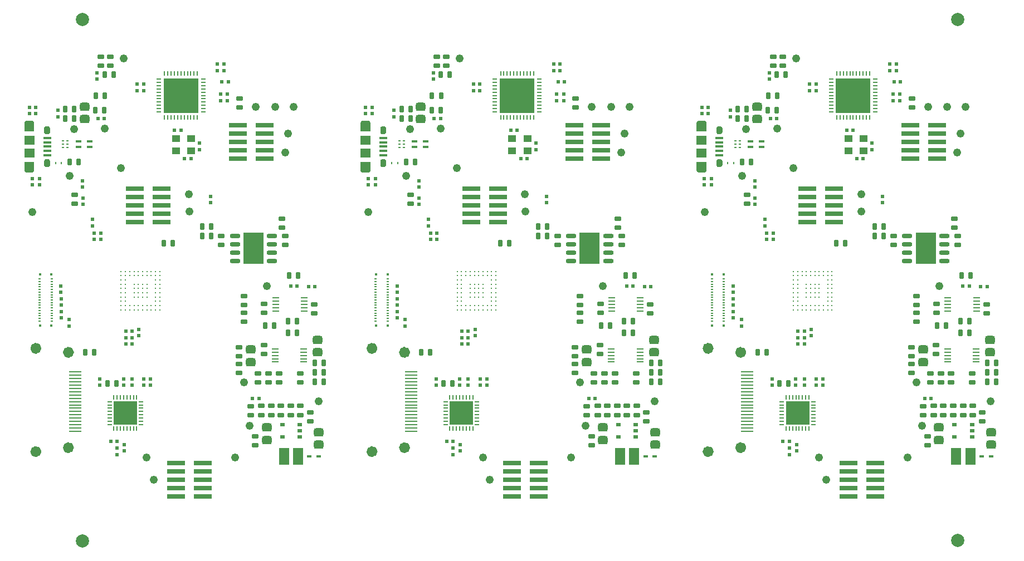
<source format=gtp>
G04 Layer_Color=8421504*
%FSLAX24Y24*%
%MOIN*%
G70*
G01*
G75*
G04:AMPARAMS|DCode=11|XSize=78.7mil|YSize=78.7mil|CornerRadius=39.4mil|HoleSize=0mil|Usage=FLASHONLY|Rotation=90.000|XOffset=0mil|YOffset=0mil|HoleType=Round|Shape=RoundedRectangle|*
%AMROUNDEDRECTD11*
21,1,0.0787,0.0000,0,0,90.0*
21,1,0.0000,0.0787,0,0,90.0*
1,1,0.0787,0.0000,0.0000*
1,1,0.0787,0.0000,0.0000*
1,1,0.0787,0.0000,0.0000*
1,1,0.0787,0.0000,0.0000*
%
%ADD11ROUNDEDRECTD11*%
%ADD36C,0.0098*%
%ADD107C,0.0330*%
%ADD108R,0.0120X0.0102*%
%ADD109R,0.0512X0.0137*%
%ADD110R,0.0590X0.0571*%
%ADD111R,0.0126X0.0177*%
%ADD112R,0.0118X0.0090*%
%ADD113R,0.0728X0.0098*%
G04:AMPARAMS|DCode=114|XSize=20mil|YSize=22mil|CornerRadius=3.4mil|HoleSize=0mil|Usage=FLASHONLY|Rotation=270.000|XOffset=0mil|YOffset=0mil|HoleType=Round|Shape=RoundedRectangle|*
%AMROUNDEDRECTD114*
21,1,0.0200,0.0152,0,0,270.0*
21,1,0.0132,0.0220,0,0,270.0*
1,1,0.0068,-0.0076,-0.0066*
1,1,0.0068,-0.0076,0.0066*
1,1,0.0068,0.0076,0.0066*
1,1,0.0068,0.0076,-0.0066*
%
%ADD114ROUNDEDRECTD114*%
G04:AMPARAMS|DCode=115|XSize=27.1mil|YSize=37.4mil|CornerRadius=4.8mil|HoleSize=0mil|Usage=FLASHONLY|Rotation=180.000|XOffset=0mil|YOffset=0mil|HoleType=Round|Shape=RoundedRectangle|*
%AMROUNDEDRECTD115*
21,1,0.0271,0.0277,0,0,180.0*
21,1,0.0175,0.0374,0,0,180.0*
1,1,0.0097,-0.0087,0.0139*
1,1,0.0097,0.0087,0.0139*
1,1,0.0097,0.0087,-0.0139*
1,1,0.0097,-0.0087,-0.0139*
%
%ADD115ROUNDEDRECTD115*%
G04:AMPARAMS|DCode=116|XSize=27.1mil|YSize=37.4mil|CornerRadius=4.8mil|HoleSize=0mil|Usage=FLASHONLY|Rotation=90.000|XOffset=0mil|YOffset=0mil|HoleType=Round|Shape=RoundedRectangle|*
%AMROUNDEDRECTD116*
21,1,0.0271,0.0277,0,0,90.0*
21,1,0.0175,0.0374,0,0,90.0*
1,1,0.0097,0.0139,0.0087*
1,1,0.0097,0.0139,-0.0087*
1,1,0.0097,-0.0139,-0.0087*
1,1,0.0097,-0.0139,0.0087*
%
%ADD116ROUNDEDRECTD116*%
G04:AMPARAMS|DCode=117|XSize=20mil|YSize=22mil|CornerRadius=3.4mil|HoleSize=0mil|Usage=FLASHONLY|Rotation=0.000|XOffset=0mil|YOffset=0mil|HoleType=Round|Shape=RoundedRectangle|*
%AMROUNDEDRECTD117*
21,1,0.0200,0.0152,0,0,0.0*
21,1,0.0132,0.0220,0,0,0.0*
1,1,0.0068,0.0066,-0.0076*
1,1,0.0068,-0.0066,-0.0076*
1,1,0.0068,-0.0066,0.0076*
1,1,0.0068,0.0066,0.0076*
%
%ADD117ROUNDEDRECTD117*%
%ADD118O,0.0315X0.0078*%
%ADD119O,0.0078X0.0315*%
%ADD120R,0.2067X0.2067*%
%ADD121R,0.0315X0.0197*%
%ADD122O,0.0433X0.0078*%
%ADD123R,0.0590X0.1043*%
G04:AMPARAMS|DCode=124|XSize=50mil|YSize=58mil|CornerRadius=12mil|HoleSize=0mil|Usage=FLASHONLY|Rotation=90.000|XOffset=0mil|YOffset=0mil|HoleType=Round|Shape=RoundedRectangle|*
%AMROUNDEDRECTD124*
21,1,0.0500,0.0340,0,0,90.0*
21,1,0.0260,0.0580,0,0,90.0*
1,1,0.0240,0.0170,0.0130*
1,1,0.0240,0.0170,-0.0130*
1,1,0.0240,-0.0170,-0.0130*
1,1,0.0240,-0.0170,0.0130*
%
%ADD124ROUNDEDRECTD124*%
%ADD125R,0.0260X0.0180*%
%ADD126O,0.0630X0.0275*%
%ADD127R,0.1240X0.1909*%
%ADD128R,0.0334X0.0137*%
%ADD129R,0.0500X0.0400*%
G04:AMPARAMS|DCode=130|XSize=48mil|YSize=48mil|CornerRadius=24mil|HoleSize=0mil|Usage=FLASHONLY|Rotation=270.000|XOffset=0mil|YOffset=0mil|HoleType=Round|Shape=RoundedRectangle|*
%AMROUNDEDRECTD130*
21,1,0.0480,0.0000,0,0,270.0*
21,1,0.0000,0.0480,0,0,270.0*
1,1,0.0480,0.0000,0.0000*
1,1,0.0480,0.0000,0.0000*
1,1,0.0480,0.0000,0.0000*
1,1,0.0480,0.0000,0.0000*
%
%ADD130ROUNDEDRECTD130*%
%ADD131R,0.1397X0.1397*%
%ADD132O,0.0078X0.0275*%
%ADD133O,0.0275X0.0078*%
%ADD134R,0.1082X0.0275*%
%ADD135R,0.0098X0.0138*%
G04:AMPARAMS|DCode=136|XSize=48mil|YSize=48mil|CornerRadius=24mil|HoleSize=0mil|Usage=FLASHONLY|Rotation=180.000|XOffset=0mil|YOffset=0mil|HoleType=Round|Shape=RoundedRectangle|*
%AMROUNDEDRECTD136*
21,1,0.0480,0.0000,0,0,180.0*
21,1,0.0000,0.0480,0,0,180.0*
1,1,0.0480,0.0000,0.0000*
1,1,0.0480,0.0000,0.0000*
1,1,0.0480,0.0000,0.0000*
1,1,0.0480,0.0000,0.0000*
%
%ADD136ROUNDEDRECTD136*%
G36*
X41035Y26458D02*
X41056Y26449D01*
X41076Y26436D01*
X41084Y26427D01*
X41093Y26418D01*
Y26418D01*
X41101Y26410D01*
X41114Y26391D01*
X41123Y26369D01*
X41128Y26346D01*
Y26334D01*
Y25832D01*
X40537D01*
Y26334D01*
Y26346D01*
X40542Y26369D01*
X40551Y26391D01*
X40564Y26410D01*
X40572Y26418D01*
X40587Y26433D01*
Y26433D01*
X40594Y26440D01*
X40610Y26451D01*
X40629Y26458D01*
X40648Y26462D01*
X41012D01*
X41035Y26458D01*
D02*
G37*
G36*
X20923D02*
X20945Y26449D01*
X20964Y26436D01*
X20973Y26427D01*
X20982Y26418D01*
Y26418D01*
X20990Y26410D01*
X21003Y26391D01*
X21012Y26369D01*
X21017Y26346D01*
Y26334D01*
Y25832D01*
X20426D01*
Y26334D01*
Y26346D01*
X20431Y26369D01*
X20440Y26391D01*
X20453Y26410D01*
X20461Y26418D01*
X20475Y26433D01*
Y26433D01*
X20482Y26440D01*
X20499Y26451D01*
X20517Y26458D01*
X20537Y26462D01*
X20900D01*
X20923Y26458D01*
D02*
G37*
G36*
X812D02*
X834Y26449D01*
X853Y26436D01*
X861Y26427D01*
X870Y26418D01*
Y26418D01*
X879Y26410D01*
X892Y26391D01*
X901Y26369D01*
X905Y26346D01*
Y26334D01*
Y25832D01*
X315D01*
Y26334D01*
Y26346D01*
X319Y26369D01*
X328Y26391D01*
X341Y26410D01*
X350Y26418D01*
X364Y26433D01*
Y26433D01*
X371Y26440D01*
X387Y26451D01*
X406Y26458D01*
X425Y26462D01*
X789D01*
X812Y26458D01*
D02*
G37*
G36*
X41980Y26133D02*
X42001Y26124D01*
X42021Y26111D01*
X42029Y26103D01*
X42033Y26098D01*
X42033Y26098D01*
X42043Y26089D01*
X42058Y26067D01*
X42068Y26042D01*
X42073Y26016D01*
Y26003D01*
Y25799D01*
Y25786D01*
X42068Y25760D01*
X42058Y25736D01*
X42043Y25714D01*
X42033Y25704D01*
X42024Y25695D01*
X42002Y25680D01*
X41978Y25670D01*
X41952Y25665D01*
X41835D01*
X41812Y25670D01*
X41790Y25678D01*
X41771Y25691D01*
X41762Y25700D01*
X41758Y25704D01*
X41749Y25714D01*
X41734Y25736D01*
X41724Y25760D01*
X41719Y25786D01*
Y25799D01*
Y26017D01*
Y26027D01*
X41722Y26046D01*
X41730Y26065D01*
X41741Y26081D01*
X41748Y26088D01*
X41762Y26103D01*
X41771Y26111D01*
X41790Y26124D01*
X41812Y26133D01*
X41835Y26137D01*
X41957D01*
X41980Y26133D01*
D02*
G37*
G36*
X21868D02*
X21890Y26124D01*
X21909Y26111D01*
X21918Y26103D01*
X21922Y26098D01*
X21922Y26098D01*
X21932Y26089D01*
X21946Y26067D01*
X21956Y26042D01*
X21962Y26016D01*
Y26003D01*
Y25799D01*
Y25786D01*
X21956Y25760D01*
X21946Y25736D01*
X21932Y25714D01*
X21922Y25704D01*
X21913Y25695D01*
X21891Y25680D01*
X21866Y25670D01*
X21840Y25665D01*
X21723D01*
X21700Y25670D01*
X21679Y25678D01*
X21659Y25691D01*
X21651Y25700D01*
X21647Y25704D01*
X21637Y25714D01*
X21622Y25736D01*
X21612Y25760D01*
X21607Y25786D01*
Y25799D01*
Y26017D01*
Y26027D01*
X21611Y26046D01*
X21619Y26065D01*
X21630Y26081D01*
X21637Y26088D01*
X21651Y26103D01*
X21659Y26111D01*
X21679Y26124D01*
X21700Y26133D01*
X21723Y26137D01*
X21845D01*
X21868Y26133D01*
D02*
G37*
G36*
X1757D02*
X1778Y26124D01*
X1798Y26111D01*
X1806Y26103D01*
X1811Y26098D01*
X1811Y26098D01*
X1820Y26089D01*
X1835Y26067D01*
X1845Y26042D01*
X1850Y26016D01*
Y26003D01*
Y25799D01*
Y25786D01*
X1845Y25760D01*
X1835Y25736D01*
X1820Y25714D01*
X1811Y25704D01*
X1801Y25695D01*
X1779Y25680D01*
X1755Y25670D01*
X1729Y25665D01*
X1612D01*
X1589Y25670D01*
X1567Y25678D01*
X1548Y25691D01*
X1540Y25700D01*
X1535Y25704D01*
X1526Y25714D01*
X1511Y25736D01*
X1501Y25760D01*
X1496Y25786D01*
Y25799D01*
Y26017D01*
Y26027D01*
X1500Y26046D01*
X1507Y26065D01*
X1518Y26081D01*
X1525Y26088D01*
X1540Y26103D01*
X1548Y26111D01*
X1567Y26124D01*
X1589Y26133D01*
X1612Y26137D01*
X1734D01*
X1757Y26133D01*
D02*
G37*
G36*
X41980Y24164D02*
X42001Y24155D01*
X42021Y24142D01*
X42029Y24134D01*
X42033Y24130D01*
X42033Y24130D01*
X42043Y24120D01*
X42058Y24098D01*
X42068Y24074D01*
X42073Y24048D01*
Y24034D01*
Y23831D01*
Y23818D01*
X42068Y23792D01*
X42058Y23767D01*
X42043Y23745D01*
X42033Y23736D01*
X42024Y23726D01*
X42002Y23712D01*
X41978Y23702D01*
X41952Y23696D01*
X41835D01*
X41812Y23701D01*
X41790Y23710D01*
X41771Y23723D01*
X41762Y23731D01*
X41758Y23736D01*
X41749Y23745D01*
X41734Y23767D01*
X41724Y23792D01*
X41719Y23818D01*
Y23831D01*
Y24048D01*
Y24058D01*
X41722Y24078D01*
X41730Y24096D01*
X41741Y24113D01*
X41748Y24120D01*
X41762Y24134D01*
X41771Y24142D01*
X41790Y24155D01*
X41812Y24164D01*
X41835Y24169D01*
X41957D01*
X41980Y24164D01*
D02*
G37*
G36*
X21868D02*
X21890Y24155D01*
X21909Y24142D01*
X21918Y24134D01*
X21922Y24130D01*
X21922Y24130D01*
X21932Y24120D01*
X21946Y24098D01*
X21956Y24074D01*
X21962Y24048D01*
Y24034D01*
Y23831D01*
Y23818D01*
X21956Y23792D01*
X21946Y23767D01*
X21932Y23745D01*
X21922Y23736D01*
X21913Y23726D01*
X21891Y23712D01*
X21866Y23702D01*
X21840Y23696D01*
X21723D01*
X21700Y23701D01*
X21679Y23710D01*
X21659Y23723D01*
X21651Y23731D01*
X21647Y23736D01*
X21637Y23745D01*
X21622Y23767D01*
X21612Y23792D01*
X21607Y23818D01*
Y23831D01*
Y24048D01*
Y24058D01*
X21611Y24078D01*
X21619Y24096D01*
X21630Y24113D01*
X21637Y24120D01*
X21651Y24134D01*
X21659Y24142D01*
X21679Y24155D01*
X21700Y24164D01*
X21723Y24169D01*
X21845D01*
X21868Y24164D01*
D02*
G37*
G36*
X1757D02*
X1778Y24155D01*
X1798Y24142D01*
X1806Y24134D01*
X1811Y24130D01*
X1811Y24130D01*
X1820Y24120D01*
X1835Y24098D01*
X1845Y24074D01*
X1850Y24048D01*
Y24034D01*
Y23831D01*
Y23818D01*
X1845Y23792D01*
X1835Y23767D01*
X1820Y23745D01*
X1811Y23736D01*
X1801Y23726D01*
X1779Y23712D01*
X1755Y23702D01*
X1729Y23696D01*
X1612D01*
X1589Y23701D01*
X1567Y23710D01*
X1548Y23723D01*
X1540Y23731D01*
X1535Y23736D01*
X1526Y23745D01*
X1511Y23767D01*
X1501Y23792D01*
X1496Y23818D01*
Y23831D01*
Y24048D01*
Y24058D01*
X1500Y24078D01*
X1507Y24096D01*
X1518Y24113D01*
X1525Y24120D01*
X1540Y24134D01*
X1548Y24142D01*
X1567Y24155D01*
X1589Y24164D01*
X1612Y24169D01*
X1734D01*
X1757Y24164D01*
D02*
G37*
G36*
X41128Y23500D02*
Y23488D01*
X41123Y23465D01*
X41114Y23443D01*
X41101Y23424D01*
X41093Y23416D01*
X41084Y23406D01*
X41076Y23398D01*
X41056Y23385D01*
X41035Y23376D01*
X41012Y23372D01*
X40648D01*
X40629Y23376D01*
X40610Y23383D01*
X40594Y23394D01*
X40587Y23401D01*
X40572Y23416D01*
X40564Y23424D01*
X40551Y23443D01*
X40542Y23465D01*
X40537Y23488D01*
Y23500D01*
Y24002D01*
X41128D01*
Y23500D01*
D02*
G37*
G36*
X21017D02*
Y23488D01*
X21012Y23465D01*
X21003Y23443D01*
X20990Y23424D01*
X20982Y23416D01*
X20973Y23406D01*
X20964Y23398D01*
X20945Y23385D01*
X20923Y23376D01*
X20900Y23372D01*
X20537D01*
X20517Y23376D01*
X20499Y23383D01*
X20482Y23394D01*
X20475Y23401D01*
X20461Y23416D01*
X20453Y23424D01*
X20440Y23443D01*
X20431Y23465D01*
X20426Y23488D01*
Y23500D01*
Y24002D01*
X21017D01*
Y23500D01*
D02*
G37*
G36*
X905D02*
Y23488D01*
X901Y23465D01*
X892Y23443D01*
X879Y23424D01*
X870Y23416D01*
X861Y23406D01*
X853Y23398D01*
X834Y23385D01*
X812Y23376D01*
X789Y23372D01*
X425D01*
X406Y23376D01*
X387Y23383D01*
X371Y23394D01*
X364Y23401D01*
X350Y23416D01*
X341Y23424D01*
X328Y23443D01*
X319Y23465D01*
X315Y23488D01*
Y23500D01*
Y24002D01*
X905D01*
Y23500D01*
D02*
G37*
D11*
X3789Y1289D02*
D03*
X56151Y1319D02*
D03*
Y32519D02*
D03*
X3789D02*
D03*
D36*
X6105Y15906D02*
D03*
X6361D02*
D03*
X6873D02*
D03*
X7129D02*
D03*
X7385D02*
D03*
X7641D02*
D03*
X8152D02*
D03*
X8408D02*
D03*
X6361Y15650D02*
D03*
X8152D02*
D03*
X8408D02*
D03*
X6361Y15394D02*
D03*
X6617D02*
D03*
X6873D02*
D03*
X7129D02*
D03*
X7385D02*
D03*
X7641D02*
D03*
X7896D02*
D03*
X8152D02*
D03*
X8408D02*
D03*
X6105Y15138D02*
D03*
X6361D02*
D03*
X6617D02*
D03*
X6873D02*
D03*
X7129D02*
D03*
X7385D02*
D03*
X7641D02*
D03*
X7896D02*
D03*
X8152D02*
D03*
X8408D02*
D03*
Y16161D02*
D03*
X8152D02*
D03*
X7641D02*
D03*
X7385D02*
D03*
X7129D02*
D03*
X6873D02*
D03*
X8408Y16417D02*
D03*
X8152D02*
D03*
X7641D02*
D03*
X7385D02*
D03*
X7129D02*
D03*
X6873D02*
D03*
X6105D02*
D03*
X8408Y16673D02*
D03*
X8152D02*
D03*
X7641D02*
D03*
X7385D02*
D03*
X7129D02*
D03*
X6873D02*
D03*
X6361D02*
D03*
X6105D02*
D03*
X8408Y16929D02*
D03*
X8152D02*
D03*
X6361D02*
D03*
X6105D02*
D03*
X8408Y17185D02*
D03*
X8152D02*
D03*
X7896D02*
D03*
X7641D02*
D03*
X7385D02*
D03*
X7129D02*
D03*
X6873D02*
D03*
X6617D02*
D03*
X6361D02*
D03*
X6105D02*
D03*
X8408Y17441D02*
D03*
X8152D02*
D03*
X7896D02*
D03*
X7641D02*
D03*
X7385D02*
D03*
X7129D02*
D03*
X6873D02*
D03*
X6617D02*
D03*
X6361D02*
D03*
X6105D02*
D03*
Y15394D02*
D03*
Y15650D02*
D03*
X6361Y16161D02*
D03*
X6105D02*
D03*
X6361Y16417D02*
D03*
X26216Y15906D02*
D03*
X26472D02*
D03*
X26984D02*
D03*
X27240D02*
D03*
X27496D02*
D03*
X27752D02*
D03*
X28264D02*
D03*
X28520D02*
D03*
X26472Y15650D02*
D03*
X28264D02*
D03*
X28520D02*
D03*
X26472Y15394D02*
D03*
X26728D02*
D03*
X26984D02*
D03*
X27240D02*
D03*
X27496D02*
D03*
X27752D02*
D03*
X28008D02*
D03*
X28264D02*
D03*
X28520D02*
D03*
X26216Y15138D02*
D03*
X26472D02*
D03*
X26728D02*
D03*
X26984D02*
D03*
X27240D02*
D03*
X27496D02*
D03*
X27752D02*
D03*
X28008D02*
D03*
X28264D02*
D03*
X28520D02*
D03*
Y16161D02*
D03*
X28264D02*
D03*
X27752D02*
D03*
X27496D02*
D03*
X27240D02*
D03*
X26984D02*
D03*
X28520Y16417D02*
D03*
X28264D02*
D03*
X27752D02*
D03*
X27496D02*
D03*
X27240D02*
D03*
X26984D02*
D03*
X26216D02*
D03*
X28520Y16673D02*
D03*
X28264D02*
D03*
X27752D02*
D03*
X27496D02*
D03*
X27240D02*
D03*
X26984D02*
D03*
X26472D02*
D03*
X26216D02*
D03*
X28520Y16929D02*
D03*
X28264D02*
D03*
X26472D02*
D03*
X26216D02*
D03*
X28520Y17185D02*
D03*
X28264D02*
D03*
X28008D02*
D03*
X27752D02*
D03*
X27496D02*
D03*
X27240D02*
D03*
X26984D02*
D03*
X26728D02*
D03*
X26472D02*
D03*
X26216D02*
D03*
X28520Y17441D02*
D03*
X28264D02*
D03*
X28008D02*
D03*
X27752D02*
D03*
X27496D02*
D03*
X27240D02*
D03*
X26984D02*
D03*
X26728D02*
D03*
X26472D02*
D03*
X26216D02*
D03*
Y15394D02*
D03*
Y15650D02*
D03*
X26472Y16161D02*
D03*
X26216D02*
D03*
X26472Y16417D02*
D03*
X46328Y15906D02*
D03*
X46584D02*
D03*
X47096D02*
D03*
X47351D02*
D03*
X47607D02*
D03*
X47863D02*
D03*
X48375D02*
D03*
X48631D02*
D03*
X46584Y15650D02*
D03*
X48375D02*
D03*
X48631D02*
D03*
X46584Y15394D02*
D03*
X46840D02*
D03*
X47096D02*
D03*
X47351D02*
D03*
X47607D02*
D03*
X47863D02*
D03*
X48119D02*
D03*
X48375D02*
D03*
X48631D02*
D03*
X46328Y15138D02*
D03*
X46584D02*
D03*
X46840D02*
D03*
X47096D02*
D03*
X47351D02*
D03*
X47607D02*
D03*
X47863D02*
D03*
X48119D02*
D03*
X48375D02*
D03*
X48631D02*
D03*
Y16161D02*
D03*
X48375D02*
D03*
X47863D02*
D03*
X47607D02*
D03*
X47351D02*
D03*
X47096D02*
D03*
X48631Y16417D02*
D03*
X48375D02*
D03*
X47863D02*
D03*
X47607D02*
D03*
X47351D02*
D03*
X47096D02*
D03*
X46328D02*
D03*
X48631Y16673D02*
D03*
X48375D02*
D03*
X47863D02*
D03*
X47607D02*
D03*
X47351D02*
D03*
X47096D02*
D03*
X46584D02*
D03*
X46328D02*
D03*
X48631Y16929D02*
D03*
X48375D02*
D03*
X46584D02*
D03*
X46328D02*
D03*
X48631Y17185D02*
D03*
X48375D02*
D03*
X48119D02*
D03*
X47863D02*
D03*
X47607D02*
D03*
X47351D02*
D03*
X47096D02*
D03*
X46840D02*
D03*
X46584D02*
D03*
X46328D02*
D03*
X48631Y17441D02*
D03*
X48375D02*
D03*
X48119D02*
D03*
X47863D02*
D03*
X47607D02*
D03*
X47351D02*
D03*
X47096D02*
D03*
X46840D02*
D03*
X46584D02*
D03*
X46328D02*
D03*
Y15394D02*
D03*
Y15650D02*
D03*
X46584Y16161D02*
D03*
X46328D02*
D03*
X46584Y16417D02*
D03*
D107*
X1165Y6649D02*
G03*
X1165Y6649I-165J0D01*
G01*
X3114Y6885D02*
G03*
X3114Y6885I-165J0D01*
G01*
X1165Y12830D02*
G03*
X1165Y12830I-165J0D01*
G01*
X3114Y12594D02*
G03*
X3114Y12594I-165J0D01*
G01*
X21277Y6649D02*
G03*
X21277Y6649I-165J0D01*
G01*
X23225Y6885D02*
G03*
X23225Y6885I-165J0D01*
G01*
X21277Y12830D02*
G03*
X21277Y12830I-165J0D01*
G01*
X23225Y12594D02*
G03*
X23225Y12594I-165J0D01*
G01*
X41388Y6649D02*
G03*
X41388Y6649I-165J0D01*
G01*
X43337Y6885D02*
G03*
X43337Y6885I-165J0D01*
G01*
X41388Y12830D02*
G03*
X41388Y12830I-165J0D01*
G01*
X43337Y12594D02*
G03*
X43337Y12594I-165J0D01*
G01*
D108*
X2903Y25254D02*
D03*
X2903Y25057D02*
D03*
X2903Y24860D02*
D03*
X2637Y24860D02*
D03*
X2637Y25057D02*
D03*
X2637Y25254D02*
D03*
X23014Y25254D02*
D03*
X23014Y25057D02*
D03*
X23014Y24860D02*
D03*
X22748Y24860D02*
D03*
X22748Y25057D02*
D03*
X22748Y25254D02*
D03*
X43125Y25254D02*
D03*
X43125Y25057D02*
D03*
X43125Y24860D02*
D03*
X42860Y24860D02*
D03*
X42860Y25057D02*
D03*
X42860Y25254D02*
D03*
D109*
X1673Y24405D02*
D03*
Y24661D02*
D03*
Y24917D02*
D03*
Y25173D02*
D03*
Y25429D02*
D03*
X21784Y24405D02*
D03*
Y24661D02*
D03*
Y24917D02*
D03*
Y25173D02*
D03*
Y25429D02*
D03*
X41896Y24405D02*
D03*
Y24661D02*
D03*
Y24917D02*
D03*
Y25173D02*
D03*
Y25429D02*
D03*
D110*
X610Y25311D02*
D03*
Y24523D02*
D03*
X20721Y25311D02*
D03*
Y24523D02*
D03*
X40833Y25311D02*
D03*
Y24523D02*
D03*
D111*
X1928Y17264D02*
D03*
X1247Y14193D02*
D03*
Y17264D02*
D03*
X1928Y14193D02*
D03*
X22040Y17264D02*
D03*
X21359Y14193D02*
D03*
Y17264D02*
D03*
X22040Y14193D02*
D03*
X42151Y17264D02*
D03*
X41470Y14193D02*
D03*
Y17264D02*
D03*
X42151Y14193D02*
D03*
D112*
X1948Y16988D02*
D03*
Y16831D02*
D03*
Y16673D02*
D03*
Y16516D02*
D03*
Y16358D02*
D03*
Y16201D02*
D03*
Y16043D02*
D03*
Y15886D02*
D03*
Y15728D02*
D03*
Y15571D02*
D03*
Y15413D02*
D03*
Y15256D02*
D03*
Y15098D02*
D03*
Y14941D02*
D03*
Y14783D02*
D03*
Y14626D02*
D03*
Y14469D02*
D03*
X1227D02*
D03*
Y16988D02*
D03*
Y16831D02*
D03*
Y16673D02*
D03*
Y16516D02*
D03*
Y16358D02*
D03*
Y16201D02*
D03*
Y16043D02*
D03*
Y15886D02*
D03*
Y15728D02*
D03*
Y15571D02*
D03*
Y15413D02*
D03*
Y15256D02*
D03*
Y15098D02*
D03*
Y14941D02*
D03*
Y14783D02*
D03*
Y14626D02*
D03*
X22059Y16988D02*
D03*
Y16831D02*
D03*
Y16673D02*
D03*
Y16516D02*
D03*
Y16358D02*
D03*
Y16201D02*
D03*
Y16043D02*
D03*
Y15886D02*
D03*
Y15728D02*
D03*
Y15571D02*
D03*
Y15413D02*
D03*
Y15256D02*
D03*
Y15098D02*
D03*
Y14941D02*
D03*
Y14783D02*
D03*
Y14626D02*
D03*
Y14469D02*
D03*
X21339D02*
D03*
Y16988D02*
D03*
Y16831D02*
D03*
Y16673D02*
D03*
Y16516D02*
D03*
Y16358D02*
D03*
Y16201D02*
D03*
Y16043D02*
D03*
Y15886D02*
D03*
Y15728D02*
D03*
Y15571D02*
D03*
Y15413D02*
D03*
Y15256D02*
D03*
Y15098D02*
D03*
Y14941D02*
D03*
Y14783D02*
D03*
Y14626D02*
D03*
X42171Y16988D02*
D03*
Y16831D02*
D03*
Y16673D02*
D03*
Y16516D02*
D03*
Y16358D02*
D03*
Y16201D02*
D03*
Y16043D02*
D03*
Y15886D02*
D03*
Y15728D02*
D03*
Y15571D02*
D03*
Y15413D02*
D03*
Y15256D02*
D03*
Y15098D02*
D03*
Y14941D02*
D03*
Y14783D02*
D03*
Y14626D02*
D03*
Y14469D02*
D03*
X41450D02*
D03*
Y16988D02*
D03*
Y16831D02*
D03*
Y16673D02*
D03*
Y16516D02*
D03*
Y16358D02*
D03*
Y16201D02*
D03*
Y16043D02*
D03*
Y15886D02*
D03*
Y15728D02*
D03*
Y15571D02*
D03*
Y15413D02*
D03*
Y15256D02*
D03*
Y15098D02*
D03*
Y14941D02*
D03*
Y14783D02*
D03*
Y14626D02*
D03*
D113*
X3343Y11413D02*
D03*
Y11216D02*
D03*
Y11019D02*
D03*
Y10822D02*
D03*
Y10625D02*
D03*
Y10428D02*
D03*
Y10231D02*
D03*
Y10035D02*
D03*
Y9838D02*
D03*
Y9641D02*
D03*
Y9444D02*
D03*
Y9247D02*
D03*
Y9050D02*
D03*
Y8854D02*
D03*
Y8657D02*
D03*
Y8460D02*
D03*
Y8263D02*
D03*
Y8066D02*
D03*
Y7869D02*
D03*
X23454Y11413D02*
D03*
Y11216D02*
D03*
Y11019D02*
D03*
Y10822D02*
D03*
Y10625D02*
D03*
Y10428D02*
D03*
Y10231D02*
D03*
Y10035D02*
D03*
Y9838D02*
D03*
Y9641D02*
D03*
Y9444D02*
D03*
Y9247D02*
D03*
Y9050D02*
D03*
Y8854D02*
D03*
Y8657D02*
D03*
Y8460D02*
D03*
Y8263D02*
D03*
Y8066D02*
D03*
Y7869D02*
D03*
X43565Y11413D02*
D03*
Y11216D02*
D03*
Y11019D02*
D03*
Y10822D02*
D03*
Y10625D02*
D03*
Y10428D02*
D03*
Y10231D02*
D03*
Y10035D02*
D03*
Y9838D02*
D03*
Y9641D02*
D03*
Y9444D02*
D03*
Y9247D02*
D03*
Y9050D02*
D03*
Y8854D02*
D03*
Y8657D02*
D03*
Y8460D02*
D03*
Y8263D02*
D03*
Y8066D02*
D03*
Y7869D02*
D03*
D114*
X2990Y14546D02*
D03*
Y14169D02*
D03*
X2510Y14662D02*
D03*
Y15039D02*
D03*
Y15422D02*
D03*
Y15799D02*
D03*
X2500Y16556D02*
D03*
Y16179D02*
D03*
X6240Y10629D02*
D03*
Y11006D02*
D03*
X6290Y7059D02*
D03*
Y6682D02*
D03*
X5850Y6469D02*
D03*
Y6846D02*
D03*
X6750Y10629D02*
D03*
Y11006D02*
D03*
X781Y22629D02*
D03*
Y23006D02*
D03*
X1211Y22630D02*
D03*
Y23009D02*
D03*
X2321Y26702D02*
D03*
Y27079D02*
D03*
X10796Y24739D02*
D03*
Y25116D02*
D03*
X4831Y11009D02*
D03*
Y10632D02*
D03*
X7870Y10999D02*
D03*
Y10620D02*
D03*
X7470Y10999D02*
D03*
Y10620D02*
D03*
X3803Y22866D02*
D03*
Y22489D02*
D03*
X3813Y21460D02*
D03*
Y21837D02*
D03*
X4393Y20170D02*
D03*
Y20547D02*
D03*
X7169Y13956D02*
D03*
Y13579D02*
D03*
X12471Y27669D02*
D03*
Y28048D02*
D03*
X12061Y27669D02*
D03*
Y28048D02*
D03*
X11441Y21938D02*
D03*
Y21559D02*
D03*
X4671Y29339D02*
D03*
Y28962D02*
D03*
X23101Y14546D02*
D03*
Y14169D02*
D03*
X22621Y14662D02*
D03*
Y15039D02*
D03*
Y15422D02*
D03*
Y15799D02*
D03*
X22611Y16556D02*
D03*
Y16179D02*
D03*
X26351Y10629D02*
D03*
Y11006D02*
D03*
X26401Y7059D02*
D03*
Y6682D02*
D03*
X25961Y6469D02*
D03*
Y6846D02*
D03*
X26861Y10629D02*
D03*
Y11006D02*
D03*
X20892Y22629D02*
D03*
Y23006D02*
D03*
X21322Y22630D02*
D03*
Y23009D02*
D03*
X22432Y26702D02*
D03*
Y27079D02*
D03*
X30908Y24739D02*
D03*
Y25116D02*
D03*
X24943Y11009D02*
D03*
Y10632D02*
D03*
X27981Y10999D02*
D03*
Y10620D02*
D03*
X27581Y10999D02*
D03*
Y10620D02*
D03*
X23914Y22866D02*
D03*
Y22489D02*
D03*
X23924Y21460D02*
D03*
Y21837D02*
D03*
X24504Y20170D02*
D03*
Y20547D02*
D03*
X27281Y13956D02*
D03*
Y13579D02*
D03*
X32582Y27669D02*
D03*
Y28048D02*
D03*
X32172Y27669D02*
D03*
Y28048D02*
D03*
X31552Y21938D02*
D03*
Y21559D02*
D03*
X24782Y29339D02*
D03*
Y28962D02*
D03*
X43213Y14546D02*
D03*
Y14169D02*
D03*
X42733Y14662D02*
D03*
Y15039D02*
D03*
Y15422D02*
D03*
Y15799D02*
D03*
X42723Y16556D02*
D03*
Y16179D02*
D03*
X46463Y10629D02*
D03*
Y11006D02*
D03*
X46513Y7059D02*
D03*
Y6682D02*
D03*
X46073Y6469D02*
D03*
Y6846D02*
D03*
X46973Y10629D02*
D03*
Y11006D02*
D03*
X41004Y22629D02*
D03*
Y23006D02*
D03*
X41434Y22630D02*
D03*
Y23009D02*
D03*
X42544Y26702D02*
D03*
Y27079D02*
D03*
X51019Y24739D02*
D03*
Y25116D02*
D03*
X45054Y11009D02*
D03*
Y10632D02*
D03*
X48093Y10999D02*
D03*
Y10620D02*
D03*
X47693Y10999D02*
D03*
Y10620D02*
D03*
X44026Y22866D02*
D03*
Y22489D02*
D03*
X44036Y21460D02*
D03*
Y21837D02*
D03*
X44616Y20170D02*
D03*
Y20547D02*
D03*
X47392Y13956D02*
D03*
Y13579D02*
D03*
X52694Y27669D02*
D03*
Y28048D02*
D03*
X52284Y27669D02*
D03*
Y28048D02*
D03*
X51664Y21938D02*
D03*
Y21559D02*
D03*
X44894Y29339D02*
D03*
Y28962D02*
D03*
D115*
X5649Y29219D02*
D03*
X5113D02*
D03*
X8669Y19119D02*
D03*
X9204D02*
D03*
X11486Y19549D02*
D03*
X10950D02*
D03*
X5129Y27947D02*
D03*
X4593D02*
D03*
X18239Y11959D02*
D03*
X17703D02*
D03*
X16091Y13769D02*
D03*
X16626D02*
D03*
X10950Y20119D02*
D03*
X11486D02*
D03*
X4490Y12607D02*
D03*
X3955D02*
D03*
X5274Y10717D02*
D03*
X5809D02*
D03*
X3569Y23989D02*
D03*
X3033D02*
D03*
X2763Y26606D02*
D03*
X3299D02*
D03*
Y27166D02*
D03*
X2763D02*
D03*
X17703Y10819D02*
D03*
X18239D02*
D03*
X16091Y14447D02*
D03*
X16626D02*
D03*
X14713Y14211D02*
D03*
X15249D02*
D03*
X16170Y17203D02*
D03*
X16705D02*
D03*
X5099Y27106D02*
D03*
X4563D02*
D03*
X17703Y11399D02*
D03*
X18239D02*
D03*
X25760Y29219D02*
D03*
X25225D02*
D03*
X28780Y19119D02*
D03*
X29316D02*
D03*
X31597Y19549D02*
D03*
X31061D02*
D03*
X25240Y27947D02*
D03*
X24705D02*
D03*
X38350Y11959D02*
D03*
X37815D02*
D03*
X36202Y13769D02*
D03*
X36738D02*
D03*
X31061Y20119D02*
D03*
X31597D02*
D03*
X24601Y12607D02*
D03*
X24066D02*
D03*
X25385Y10717D02*
D03*
X25920D02*
D03*
X23680Y23989D02*
D03*
X23145D02*
D03*
X22875Y26606D02*
D03*
X23410D02*
D03*
Y27166D02*
D03*
X22875D02*
D03*
X37815Y10819D02*
D03*
X38350D02*
D03*
X36202Y14447D02*
D03*
X36738D02*
D03*
X34824Y14211D02*
D03*
X35360D02*
D03*
X36281Y17203D02*
D03*
X36817D02*
D03*
X25210Y27106D02*
D03*
X24675D02*
D03*
X37815Y11399D02*
D03*
X38350D02*
D03*
X45872Y29219D02*
D03*
X45336D02*
D03*
X48892Y19119D02*
D03*
X49427D02*
D03*
X51708Y19549D02*
D03*
X51173D02*
D03*
X45352Y27947D02*
D03*
X44816D02*
D03*
X58462Y11959D02*
D03*
X57926D02*
D03*
X56314Y13769D02*
D03*
X56849D02*
D03*
X51173Y20119D02*
D03*
X51708D02*
D03*
X44713Y12607D02*
D03*
X44177D02*
D03*
X45496Y10717D02*
D03*
X46032D02*
D03*
X43792Y23989D02*
D03*
X43256D02*
D03*
X42986Y26606D02*
D03*
X43522D02*
D03*
Y27166D02*
D03*
X42986D02*
D03*
X57926Y10819D02*
D03*
X58462D02*
D03*
X56314Y14447D02*
D03*
X56849D02*
D03*
X54936Y14211D02*
D03*
X55471D02*
D03*
X56392Y17203D02*
D03*
X56928D02*
D03*
X45321Y27106D02*
D03*
X44786D02*
D03*
X57926Y11399D02*
D03*
X58461D02*
D03*
D116*
X14130Y7567D02*
D03*
Y7032D02*
D03*
X5461Y29752D02*
D03*
Y30287D02*
D03*
X13455Y14967D02*
D03*
Y14432D02*
D03*
X13151Y11372D02*
D03*
Y11907D02*
D03*
X15728Y20052D02*
D03*
Y20587D02*
D03*
X4891Y29752D02*
D03*
Y30287D02*
D03*
X13455Y15977D02*
D03*
Y15442D02*
D03*
X13151Y12372D02*
D03*
Y12907D02*
D03*
X16251Y9379D02*
D03*
Y8843D02*
D03*
X3323Y21499D02*
D03*
Y22034D02*
D03*
X14643Y12492D02*
D03*
Y13027D02*
D03*
X15935Y19567D02*
D03*
Y19032D02*
D03*
X12105Y19028D02*
D03*
Y19564D02*
D03*
X14666Y15502D02*
D03*
Y14967D02*
D03*
X17658Y14927D02*
D03*
Y15463D02*
D03*
X15666Y9379D02*
D03*
Y8843D02*
D03*
X13860Y9377D02*
D03*
Y8842D02*
D03*
X15081Y9379D02*
D03*
Y8843D02*
D03*
X14496D02*
D03*
Y9379D02*
D03*
X17410Y8997D02*
D03*
Y8462D02*
D03*
X15549Y10799D02*
D03*
Y11334D02*
D03*
X14919Y10799D02*
D03*
Y11334D02*
D03*
X14289Y10799D02*
D03*
Y11334D02*
D03*
X16811Y10802D02*
D03*
Y11337D02*
D03*
X13191Y27262D02*
D03*
Y27797D02*
D03*
X16836Y8843D02*
D03*
Y9379D02*
D03*
X34241Y7567D02*
D03*
Y7032D02*
D03*
X25572Y29752D02*
D03*
Y30287D02*
D03*
X33566Y14967D02*
D03*
Y14432D02*
D03*
X33262Y11372D02*
D03*
Y11907D02*
D03*
X35839Y20052D02*
D03*
Y20587D02*
D03*
X25002Y29752D02*
D03*
Y30287D02*
D03*
X33566Y15977D02*
D03*
Y15442D02*
D03*
X33262Y12372D02*
D03*
Y12907D02*
D03*
X36363Y9379D02*
D03*
Y8843D02*
D03*
X23434Y21499D02*
D03*
Y22034D02*
D03*
X34755Y12492D02*
D03*
Y13027D02*
D03*
X36046Y19567D02*
D03*
Y19032D02*
D03*
X32216Y19028D02*
D03*
Y19564D02*
D03*
X34777Y15502D02*
D03*
Y14967D02*
D03*
X37769Y14927D02*
D03*
Y15463D02*
D03*
X35778Y9379D02*
D03*
Y8843D02*
D03*
X33971Y9377D02*
D03*
Y8842D02*
D03*
X35193Y9379D02*
D03*
Y8843D02*
D03*
X34608D02*
D03*
Y9379D02*
D03*
X37521Y8997D02*
D03*
Y8462D02*
D03*
X35660Y10799D02*
D03*
Y11334D02*
D03*
X35030Y10799D02*
D03*
Y11334D02*
D03*
X34400Y10799D02*
D03*
Y11334D02*
D03*
X36922Y10802D02*
D03*
Y11337D02*
D03*
X33302Y27262D02*
D03*
Y27797D02*
D03*
X36948Y8843D02*
D03*
Y9379D02*
D03*
X54353Y7567D02*
D03*
Y7032D02*
D03*
X45684Y29752D02*
D03*
Y30287D02*
D03*
X53677Y14967D02*
D03*
Y14432D02*
D03*
X53374Y11372D02*
D03*
Y11907D02*
D03*
X55951Y20052D02*
D03*
Y20587D02*
D03*
X45114Y29752D02*
D03*
Y30287D02*
D03*
X53677Y15977D02*
D03*
Y15442D02*
D03*
X53374Y12372D02*
D03*
Y12907D02*
D03*
X56474Y9379D02*
D03*
Y8843D02*
D03*
X43546Y21499D02*
D03*
Y22034D02*
D03*
X54866Y12492D02*
D03*
Y13027D02*
D03*
X56157Y19567D02*
D03*
Y19032D02*
D03*
X52328Y19028D02*
D03*
Y19564D02*
D03*
X54889Y15502D02*
D03*
Y14967D02*
D03*
X57881Y14927D02*
D03*
Y15463D02*
D03*
X55889Y9379D02*
D03*
Y8843D02*
D03*
X54083Y9377D02*
D03*
Y8842D02*
D03*
X55304Y9379D02*
D03*
Y8843D02*
D03*
X54719D02*
D03*
Y9379D02*
D03*
X57633Y8997D02*
D03*
Y8462D02*
D03*
X55771Y10799D02*
D03*
Y11334D02*
D03*
X55141Y10799D02*
D03*
Y11334D02*
D03*
X54512Y10799D02*
D03*
Y11334D02*
D03*
X57034Y10802D02*
D03*
Y11337D02*
D03*
X53414Y27262D02*
D03*
Y27797D02*
D03*
X57059Y8843D02*
D03*
Y9379D02*
D03*
D117*
X13963Y9839D02*
D03*
X14340D02*
D03*
X12132Y28799D02*
D03*
X12511D02*
D03*
X12250Y29849D02*
D03*
X11871D02*
D03*
X11872Y29459D02*
D03*
X12251D02*
D03*
X16627Y16573D02*
D03*
X16249D02*
D03*
X17310Y16534D02*
D03*
X17689D02*
D03*
X7071Y28277D02*
D03*
X7450D02*
D03*
X7071Y28669D02*
D03*
X7450D02*
D03*
X10278Y24191D02*
D03*
X9901D02*
D03*
X9301Y25887D02*
D03*
X9680D02*
D03*
X5856Y7263D02*
D03*
X5479D02*
D03*
X6377Y13079D02*
D03*
X6754D02*
D03*
X6757Y13869D02*
D03*
X6380D02*
D03*
X4883Y19737D02*
D03*
X4504D02*
D03*
X4883Y19347D02*
D03*
X4504D02*
D03*
X6374Y13475D02*
D03*
X6753D02*
D03*
X4721Y26579D02*
D03*
X5098D02*
D03*
X1001Y27269D02*
D03*
X624D02*
D03*
X1001Y26879D02*
D03*
X624D02*
D03*
X34074Y9839D02*
D03*
X34451D02*
D03*
X32243Y28799D02*
D03*
X32622D02*
D03*
X32361Y29849D02*
D03*
X31982D02*
D03*
X31983Y29459D02*
D03*
X32362D02*
D03*
X36739Y16573D02*
D03*
X36360D02*
D03*
X37422Y16534D02*
D03*
X37801D02*
D03*
X27182Y28277D02*
D03*
X27561D02*
D03*
X27182Y28669D02*
D03*
X27561D02*
D03*
X30389Y24191D02*
D03*
X30012D02*
D03*
X29412Y25887D02*
D03*
X29791D02*
D03*
X25968Y7263D02*
D03*
X25591D02*
D03*
X26489Y13079D02*
D03*
X26866D02*
D03*
X26868Y13869D02*
D03*
X26491D02*
D03*
X24994Y19737D02*
D03*
X24615D02*
D03*
X24994Y19347D02*
D03*
X24615D02*
D03*
X26486Y13475D02*
D03*
X26865D02*
D03*
X24832Y26579D02*
D03*
X25209D02*
D03*
X21112Y27269D02*
D03*
X20735D02*
D03*
X21112Y26879D02*
D03*
X20735D02*
D03*
X54186Y9839D02*
D03*
X54563D02*
D03*
X52355Y28799D02*
D03*
X52734D02*
D03*
X52473Y29849D02*
D03*
X52094D02*
D03*
X52095Y29459D02*
D03*
X52474D02*
D03*
X56850Y16573D02*
D03*
X56471D02*
D03*
X57533Y16534D02*
D03*
X57912D02*
D03*
X47294Y28277D02*
D03*
X47673D02*
D03*
X47294Y28669D02*
D03*
X47673D02*
D03*
X50500Y24191D02*
D03*
X50124D02*
D03*
X49524Y25887D02*
D03*
X49903D02*
D03*
X46079Y7263D02*
D03*
X45702D02*
D03*
X46600Y13079D02*
D03*
X46977D02*
D03*
X46980Y13869D02*
D03*
X46603D02*
D03*
X45106Y19737D02*
D03*
X44727D02*
D03*
X45106Y19347D02*
D03*
X44727D02*
D03*
X46597Y13475D02*
D03*
X46976D02*
D03*
X44944Y26579D02*
D03*
X45321D02*
D03*
X41224Y27269D02*
D03*
X40847D02*
D03*
X41224Y26879D02*
D03*
X40847D02*
D03*
D118*
X8352Y28961D02*
D03*
Y28764D02*
D03*
Y28567D02*
D03*
Y28371D02*
D03*
Y28174D02*
D03*
Y27977D02*
D03*
Y27780D02*
D03*
Y27583D02*
D03*
Y27386D02*
D03*
Y27190D02*
D03*
Y26993D02*
D03*
X11010D02*
D03*
Y27190D02*
D03*
Y27386D02*
D03*
Y27583D02*
D03*
Y27780D02*
D03*
Y27977D02*
D03*
Y28174D02*
D03*
Y28371D02*
D03*
Y28567D02*
D03*
Y28764D02*
D03*
Y28961D02*
D03*
X28464D02*
D03*
Y28764D02*
D03*
Y28567D02*
D03*
Y28371D02*
D03*
Y28174D02*
D03*
Y27977D02*
D03*
Y27780D02*
D03*
Y27583D02*
D03*
Y27386D02*
D03*
Y27190D02*
D03*
Y26993D02*
D03*
X31121D02*
D03*
Y27190D02*
D03*
Y27386D02*
D03*
Y27583D02*
D03*
Y27780D02*
D03*
Y27977D02*
D03*
Y28174D02*
D03*
Y28371D02*
D03*
Y28567D02*
D03*
Y28764D02*
D03*
Y28961D02*
D03*
X48575D02*
D03*
Y28764D02*
D03*
Y28567D02*
D03*
Y28371D02*
D03*
Y28174D02*
D03*
Y27977D02*
D03*
Y27780D02*
D03*
Y27583D02*
D03*
Y27386D02*
D03*
Y27190D02*
D03*
Y26993D02*
D03*
X51233D02*
D03*
Y27190D02*
D03*
Y27386D02*
D03*
Y27583D02*
D03*
Y27780D02*
D03*
Y27977D02*
D03*
Y28174D02*
D03*
Y28371D02*
D03*
Y28567D02*
D03*
Y28764D02*
D03*
Y28961D02*
D03*
D119*
X8697Y26648D02*
D03*
X8894D02*
D03*
X9091D02*
D03*
X9287D02*
D03*
X9484D02*
D03*
X9681D02*
D03*
X9878D02*
D03*
X10075D02*
D03*
X10272D02*
D03*
X10468D02*
D03*
X10665D02*
D03*
Y29306D02*
D03*
X10468D02*
D03*
X10272D02*
D03*
X10075D02*
D03*
X9878D02*
D03*
X9681D02*
D03*
X9484D02*
D03*
X9287D02*
D03*
X9091D02*
D03*
X8894D02*
D03*
X8697D02*
D03*
X28808Y26648D02*
D03*
X29005D02*
D03*
X29202D02*
D03*
X29399D02*
D03*
X29596D02*
D03*
X29792D02*
D03*
X29989D02*
D03*
X30186D02*
D03*
X30383D02*
D03*
X30580D02*
D03*
X30777D02*
D03*
Y29306D02*
D03*
X30580D02*
D03*
X30383D02*
D03*
X30186D02*
D03*
X29989D02*
D03*
X29792D02*
D03*
X29596D02*
D03*
X29399D02*
D03*
X29202D02*
D03*
X29005D02*
D03*
X28808D02*
D03*
X48920Y26648D02*
D03*
X49116D02*
D03*
X49313D02*
D03*
X49510D02*
D03*
X49707D02*
D03*
X49904D02*
D03*
X50101D02*
D03*
X50297D02*
D03*
X50494D02*
D03*
X50691D02*
D03*
X50888D02*
D03*
Y29306D02*
D03*
X50691D02*
D03*
X50494D02*
D03*
X50297D02*
D03*
X50101D02*
D03*
X49904D02*
D03*
X49707D02*
D03*
X49510D02*
D03*
X49313D02*
D03*
X49116D02*
D03*
X48920D02*
D03*
D120*
X9681Y27977D02*
D03*
X29792D02*
D03*
X49904D02*
D03*
D121*
X16792Y7522D02*
D03*
Y7896D02*
D03*
Y8270D02*
D03*
X15748D02*
D03*
Y7522D02*
D03*
X36903D02*
D03*
Y7896D02*
D03*
Y8270D02*
D03*
X35860D02*
D03*
Y7522D02*
D03*
X57014D02*
D03*
Y7896D02*
D03*
Y8270D02*
D03*
X55971D02*
D03*
Y7522D02*
D03*
D122*
X17058Y15077D02*
D03*
Y15274D02*
D03*
Y15471D02*
D03*
Y15667D02*
D03*
Y15864D02*
D03*
X15345Y15077D02*
D03*
Y15274D02*
D03*
Y15471D02*
D03*
Y15667D02*
D03*
Y15864D02*
D03*
X15322Y12799D02*
D03*
Y12602D02*
D03*
Y12405D02*
D03*
Y12208D02*
D03*
Y12012D02*
D03*
X17035Y12799D02*
D03*
Y12602D02*
D03*
Y12405D02*
D03*
Y12208D02*
D03*
Y12012D02*
D03*
X37169Y15077D02*
D03*
Y15274D02*
D03*
Y15471D02*
D03*
Y15667D02*
D03*
Y15864D02*
D03*
X35456Y15077D02*
D03*
Y15274D02*
D03*
Y15471D02*
D03*
Y15667D02*
D03*
Y15864D02*
D03*
X35434Y12799D02*
D03*
Y12602D02*
D03*
Y12405D02*
D03*
Y12208D02*
D03*
Y12012D02*
D03*
X37146Y12799D02*
D03*
Y12602D02*
D03*
Y12405D02*
D03*
Y12208D02*
D03*
Y12012D02*
D03*
X57280Y15077D02*
D03*
Y15274D02*
D03*
Y15471D02*
D03*
Y15667D02*
D03*
Y15864D02*
D03*
X55568Y15077D02*
D03*
Y15274D02*
D03*
Y15471D02*
D03*
Y15667D02*
D03*
Y15864D02*
D03*
X55545Y12799D02*
D03*
Y12602D02*
D03*
Y12405D02*
D03*
Y12208D02*
D03*
Y12012D02*
D03*
X57258Y12799D02*
D03*
Y12602D02*
D03*
Y12405D02*
D03*
Y12208D02*
D03*
Y12012D02*
D03*
D123*
X15847Y6361D02*
D03*
X16693D02*
D03*
X35958D02*
D03*
X36805D02*
D03*
X56069D02*
D03*
X56916D02*
D03*
D124*
X17871Y12583D02*
D03*
Y13337D02*
D03*
X14806Y7327D02*
D03*
Y8081D02*
D03*
X13856Y11992D02*
D03*
Y12746D02*
D03*
X17930Y7045D02*
D03*
Y7799D02*
D03*
X3921Y27300D02*
D03*
Y26546D02*
D03*
X37983Y12583D02*
D03*
Y13337D02*
D03*
X34918Y7327D02*
D03*
Y8081D02*
D03*
X33967Y11992D02*
D03*
Y12746D02*
D03*
X38041Y7045D02*
D03*
Y7799D02*
D03*
X24032Y27300D02*
D03*
Y26546D02*
D03*
X58094Y12583D02*
D03*
Y13337D02*
D03*
X55029Y7327D02*
D03*
Y8081D02*
D03*
X54078Y11992D02*
D03*
Y12746D02*
D03*
X58153Y7045D02*
D03*
Y7799D02*
D03*
X44144Y27300D02*
D03*
Y26546D02*
D03*
D125*
X17372Y6361D02*
D03*
X17924D02*
D03*
X37484D02*
D03*
X38035D02*
D03*
X57595D02*
D03*
X58146D02*
D03*
D126*
X12912Y19569D02*
D03*
Y19069D02*
D03*
Y18569D02*
D03*
Y18069D02*
D03*
X15137Y19569D02*
D03*
Y19069D02*
D03*
Y18569D02*
D03*
Y18069D02*
D03*
X33024Y19569D02*
D03*
Y19069D02*
D03*
Y18569D02*
D03*
Y18069D02*
D03*
X35248Y19569D02*
D03*
Y19069D02*
D03*
Y18569D02*
D03*
Y18069D02*
D03*
X53135Y19569D02*
D03*
Y19069D02*
D03*
Y18569D02*
D03*
Y18069D02*
D03*
X55360Y19569D02*
D03*
Y19069D02*
D03*
Y18569D02*
D03*
Y18069D02*
D03*
D127*
X14025Y18819D02*
D03*
X34136D02*
D03*
X54247D02*
D03*
D128*
X4215Y25214D02*
D03*
Y24899D02*
D03*
X3545Y25214D02*
D03*
Y24899D02*
D03*
X24326Y25214D02*
D03*
Y24899D02*
D03*
X23657Y25214D02*
D03*
Y24899D02*
D03*
X44437Y25214D02*
D03*
Y24899D02*
D03*
X43768Y25214D02*
D03*
Y24899D02*
D03*
D129*
X10301Y24661D02*
D03*
X9389D02*
D03*
Y25396D02*
D03*
X10301D02*
D03*
X30413Y24661D02*
D03*
X29500D02*
D03*
Y25396D02*
D03*
X30413D02*
D03*
X50524Y24661D02*
D03*
X49611D02*
D03*
Y25396D02*
D03*
X50524D02*
D03*
D130*
X3031Y23149D02*
D03*
X3281Y25969D02*
D03*
X8051Y4959D02*
D03*
X13451Y10779D02*
D03*
X14823Y16573D02*
D03*
X6251Y30209D02*
D03*
X5121Y26009D02*
D03*
X17910Y9659D02*
D03*
X15910Y24569D02*
D03*
X16410Y27309D02*
D03*
X7630Y6309D02*
D03*
X10161Y22049D02*
D03*
X10181Y21039D02*
D03*
X6091Y23619D02*
D03*
X13790Y8189D02*
D03*
X15310Y27299D02*
D03*
X14160D02*
D03*
X790Y21009D02*
D03*
X16101Y25679D02*
D03*
X23142Y23149D02*
D03*
X23392Y25969D02*
D03*
X28162Y4959D02*
D03*
X33562Y10779D02*
D03*
X34935Y16573D02*
D03*
X26362Y30209D02*
D03*
X25232Y26009D02*
D03*
X38021Y9659D02*
D03*
X36021Y24569D02*
D03*
X36521Y27309D02*
D03*
X27741Y6309D02*
D03*
X30272Y22049D02*
D03*
X30292Y21039D02*
D03*
X26202Y23619D02*
D03*
X33901Y8189D02*
D03*
X35421Y27299D02*
D03*
X34271D02*
D03*
X20901Y21009D02*
D03*
X36212Y25679D02*
D03*
X43254Y23149D02*
D03*
X43504Y25969D02*
D03*
X48274Y4959D02*
D03*
X53674Y10779D02*
D03*
X55046Y16573D02*
D03*
X46474Y30209D02*
D03*
X45344Y26009D02*
D03*
X58133Y9659D02*
D03*
X56133Y24569D02*
D03*
X56633Y27309D02*
D03*
X47853Y6309D02*
D03*
X50384Y22049D02*
D03*
X50404Y21039D02*
D03*
X46314Y23619D02*
D03*
X54013Y8189D02*
D03*
X55533Y27299D02*
D03*
X54383D02*
D03*
X41013Y21009D02*
D03*
X56324Y25679D02*
D03*
D131*
X6350Y8949D02*
D03*
X26461D02*
D03*
X46573D02*
D03*
D132*
X7039Y8014D02*
D03*
X6842D02*
D03*
X6645D02*
D03*
X6448D02*
D03*
X6252D02*
D03*
X6055D02*
D03*
X5858D02*
D03*
X5661D02*
D03*
Y9884D02*
D03*
X5858D02*
D03*
X6055D02*
D03*
X6252D02*
D03*
X6448D02*
D03*
X6645D02*
D03*
X6842D02*
D03*
X7039D02*
D03*
X27150Y8014D02*
D03*
X26953D02*
D03*
X26757D02*
D03*
X26560D02*
D03*
X26363D02*
D03*
X26166D02*
D03*
X25969D02*
D03*
X25772D02*
D03*
Y9884D02*
D03*
X25969D02*
D03*
X26166D02*
D03*
X26363D02*
D03*
X26560D02*
D03*
X26757D02*
D03*
X26953D02*
D03*
X27150D02*
D03*
X47262Y8014D02*
D03*
X47065D02*
D03*
X46868D02*
D03*
X46671D02*
D03*
X46474D02*
D03*
X46277D02*
D03*
X46081D02*
D03*
X45884D02*
D03*
Y9884D02*
D03*
X46081D02*
D03*
X46277D02*
D03*
X46474D02*
D03*
X46671D02*
D03*
X46868D02*
D03*
X47065D02*
D03*
X47262D02*
D03*
D133*
X5415Y8260D02*
D03*
Y8457D02*
D03*
Y8654D02*
D03*
Y8851D02*
D03*
Y9048D02*
D03*
Y9245D02*
D03*
Y9441D02*
D03*
Y9638D02*
D03*
X7285D02*
D03*
Y9441D02*
D03*
Y9245D02*
D03*
Y9048D02*
D03*
Y8851D02*
D03*
Y8654D02*
D03*
Y8457D02*
D03*
Y8260D02*
D03*
X25526D02*
D03*
Y8457D02*
D03*
Y8654D02*
D03*
Y8851D02*
D03*
Y9048D02*
D03*
Y9245D02*
D03*
Y9441D02*
D03*
Y9638D02*
D03*
X27396D02*
D03*
Y9441D02*
D03*
Y9245D02*
D03*
Y9048D02*
D03*
Y8851D02*
D03*
Y8654D02*
D03*
Y8457D02*
D03*
Y8260D02*
D03*
X45638D02*
D03*
Y8457D02*
D03*
Y8654D02*
D03*
Y8851D02*
D03*
Y9048D02*
D03*
Y9245D02*
D03*
Y9441D02*
D03*
Y9638D02*
D03*
X47508D02*
D03*
Y9441D02*
D03*
Y9245D02*
D03*
Y9048D02*
D03*
Y8851D02*
D03*
Y8654D02*
D03*
Y8457D02*
D03*
Y8260D02*
D03*
D134*
X13102Y26179D02*
D03*
X14700D02*
D03*
X13102Y25679D02*
D03*
X14700D02*
D03*
X13102Y25179D02*
D03*
X14700D02*
D03*
X13102Y24679D02*
D03*
X14700D02*
D03*
X13102Y24179D02*
D03*
X14700D02*
D03*
X8529Y20384D02*
D03*
X6931D02*
D03*
X8529Y20884D02*
D03*
X6931D02*
D03*
X8529Y21384D02*
D03*
X6931D02*
D03*
X8529Y21884D02*
D03*
X6931D02*
D03*
X8529Y22384D02*
D03*
X6931D02*
D03*
X10990Y3959D02*
D03*
X9392D02*
D03*
X10990Y4459D02*
D03*
X9392D02*
D03*
X10990Y4959D02*
D03*
X9392D02*
D03*
X10990Y5459D02*
D03*
X9392D02*
D03*
X10990Y5959D02*
D03*
X9392D02*
D03*
X33213Y26179D02*
D03*
X34812D02*
D03*
X33213Y25679D02*
D03*
X34812D02*
D03*
X33213Y25179D02*
D03*
X34812D02*
D03*
X33213Y24679D02*
D03*
X34812D02*
D03*
X33213Y24179D02*
D03*
X34812D02*
D03*
X28641Y20384D02*
D03*
X27042D02*
D03*
X28641Y20884D02*
D03*
X27042D02*
D03*
X28641Y21384D02*
D03*
X27042D02*
D03*
X28641Y21884D02*
D03*
X27042D02*
D03*
X28641Y22384D02*
D03*
X27042D02*
D03*
X31102Y3959D02*
D03*
X29503D02*
D03*
X31102Y4459D02*
D03*
X29503D02*
D03*
X31102Y4959D02*
D03*
X29503D02*
D03*
X31102Y5459D02*
D03*
X29503D02*
D03*
X31102Y5959D02*
D03*
X29503D02*
D03*
X53325Y26179D02*
D03*
X54923D02*
D03*
X53325Y25679D02*
D03*
X54923D02*
D03*
X53325Y25179D02*
D03*
X54923D02*
D03*
X53325Y24679D02*
D03*
X54923D02*
D03*
X53325Y24179D02*
D03*
X54923D02*
D03*
X48752Y20384D02*
D03*
X47154D02*
D03*
X48752Y20884D02*
D03*
X47154D02*
D03*
X48752Y21384D02*
D03*
X47154D02*
D03*
X48752Y21884D02*
D03*
X47154D02*
D03*
X48752Y22384D02*
D03*
X47154D02*
D03*
X51213Y3959D02*
D03*
X49615D02*
D03*
X51213Y4459D02*
D03*
X49615D02*
D03*
X51213Y4959D02*
D03*
X49615D02*
D03*
X51213Y5459D02*
D03*
X49615D02*
D03*
X51213Y5959D02*
D03*
X49615D02*
D03*
D135*
X2528Y23929D02*
D03*
X2174D02*
D03*
X22640D02*
D03*
X22285D02*
D03*
X42751D02*
D03*
X42397D02*
D03*
D136*
X12920Y6279D02*
D03*
X33031D02*
D03*
X53143D02*
D03*
M02*

</source>
